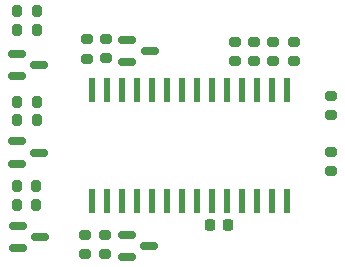
<source format=gbr>
G04 #@! TF.GenerationSoftware,KiCad,Pcbnew,8.0.0*
G04 #@! TF.CreationDate,2024-03-12T12:46:25+03:00*
G04 #@! TF.ProjectId,Maxxfan_ethernet_controller,4d617878-6661-46e5-9f65-746865726e65,rev?*
G04 #@! TF.SameCoordinates,Original*
G04 #@! TF.FileFunction,Paste,Top*
G04 #@! TF.FilePolarity,Positive*
%FSLAX46Y46*%
G04 Gerber Fmt 4.6, Leading zero omitted, Abs format (unit mm)*
G04 Created by KiCad (PCBNEW 8.0.0) date 2024-03-12 12:46:25*
%MOMM*%
%LPD*%
G01*
G04 APERTURE LIST*
G04 Aperture macros list*
%AMRoundRect*
0 Rectangle with rounded corners*
0 $1 Rounding radius*
0 $2 $3 $4 $5 $6 $7 $8 $9 X,Y pos of 4 corners*
0 Add a 4 corners polygon primitive as box body*
4,1,4,$2,$3,$4,$5,$6,$7,$8,$9,$2,$3,0*
0 Add four circle primitives for the rounded corners*
1,1,$1+$1,$2,$3*
1,1,$1+$1,$4,$5*
1,1,$1+$1,$6,$7*
1,1,$1+$1,$8,$9*
0 Add four rect primitives between the rounded corners*
20,1,$1+$1,$2,$3,$4,$5,0*
20,1,$1+$1,$4,$5,$6,$7,0*
20,1,$1+$1,$6,$7,$8,$9,0*
20,1,$1+$1,$8,$9,$2,$3,0*%
G04 Aperture macros list end*
%ADD10RoundRect,0.150000X-0.587500X-0.150000X0.587500X-0.150000X0.587500X0.150000X-0.587500X0.150000X0*%
%ADD11RoundRect,0.200000X0.275000X-0.200000X0.275000X0.200000X-0.275000X0.200000X-0.275000X-0.200000X0*%
%ADD12RoundRect,0.200000X0.200000X0.275000X-0.200000X0.275000X-0.200000X-0.275000X0.200000X-0.275000X0*%
%ADD13RoundRect,0.200000X-0.275000X0.200000X-0.275000X-0.200000X0.275000X-0.200000X0.275000X0.200000X0*%
%ADD14R,0.600000X2.000000*%
%ADD15RoundRect,0.225000X-0.225000X-0.250000X0.225000X-0.250000X0.225000X0.250000X-0.225000X0.250000X0*%
G04 APERTURE END LIST*
D10*
X121175000Y-118350000D03*
X121175000Y-120250000D03*
X123050000Y-119300000D03*
D11*
X135312500Y-103650000D03*
X135312500Y-102000000D03*
D12*
X113525000Y-99450000D03*
X111875000Y-99450000D03*
D10*
X121200000Y-101850000D03*
X121200000Y-103750000D03*
X123075000Y-102800000D03*
D12*
X113475000Y-114250000D03*
X111825000Y-114250000D03*
D10*
X111900000Y-117600000D03*
X111900000Y-119500000D03*
X113775000Y-118550000D03*
D13*
X138400000Y-111325000D03*
X138400000Y-112975000D03*
D10*
X111850000Y-103050000D03*
X111850000Y-104950000D03*
X113725000Y-104000000D03*
D13*
X117650000Y-118375000D03*
X117650000Y-120025000D03*
D12*
X113525000Y-108650000D03*
X111875000Y-108650000D03*
D11*
X119362500Y-103425000D03*
X119362500Y-101775000D03*
D13*
X138450000Y-106600000D03*
X138450000Y-108250000D03*
X131962500Y-102000000D03*
X131962500Y-103650000D03*
D12*
X113475000Y-115800000D03*
X111825000Y-115800000D03*
D11*
X117812500Y-103450000D03*
X117812500Y-101800000D03*
D12*
X113525000Y-101050000D03*
X111875000Y-101050000D03*
D14*
X118207500Y-115475000D03*
X119477500Y-115475000D03*
X120747500Y-115475000D03*
X122017500Y-115475000D03*
X123287500Y-115475000D03*
X124557500Y-115475000D03*
X125827500Y-115475000D03*
X127097500Y-115475000D03*
X128367500Y-115475000D03*
X129637500Y-115475000D03*
X130907500Y-115475000D03*
X132177500Y-115475000D03*
X133447500Y-115475000D03*
X134717500Y-115475000D03*
X134717500Y-106075000D03*
X133447500Y-106075000D03*
X132177500Y-106075000D03*
X130907500Y-106075000D03*
X129637500Y-106075000D03*
X128367500Y-106075000D03*
X127097500Y-106075000D03*
X125827500Y-106075000D03*
X124557500Y-106075000D03*
X123287500Y-106075000D03*
X122017500Y-106075000D03*
X120747500Y-106075000D03*
X119477500Y-106075000D03*
X118207500Y-106075000D03*
D13*
X130312500Y-102000000D03*
X130312500Y-103650000D03*
D12*
X113525000Y-107100000D03*
X111875000Y-107100000D03*
D10*
X111875000Y-110450000D03*
X111875000Y-112350000D03*
X113750000Y-111400000D03*
D13*
X133562500Y-102000000D03*
X133562500Y-103650000D03*
D11*
X119312500Y-120025000D03*
X119312500Y-118375000D03*
D15*
X128187500Y-117575000D03*
X129737500Y-117575000D03*
M02*

</source>
